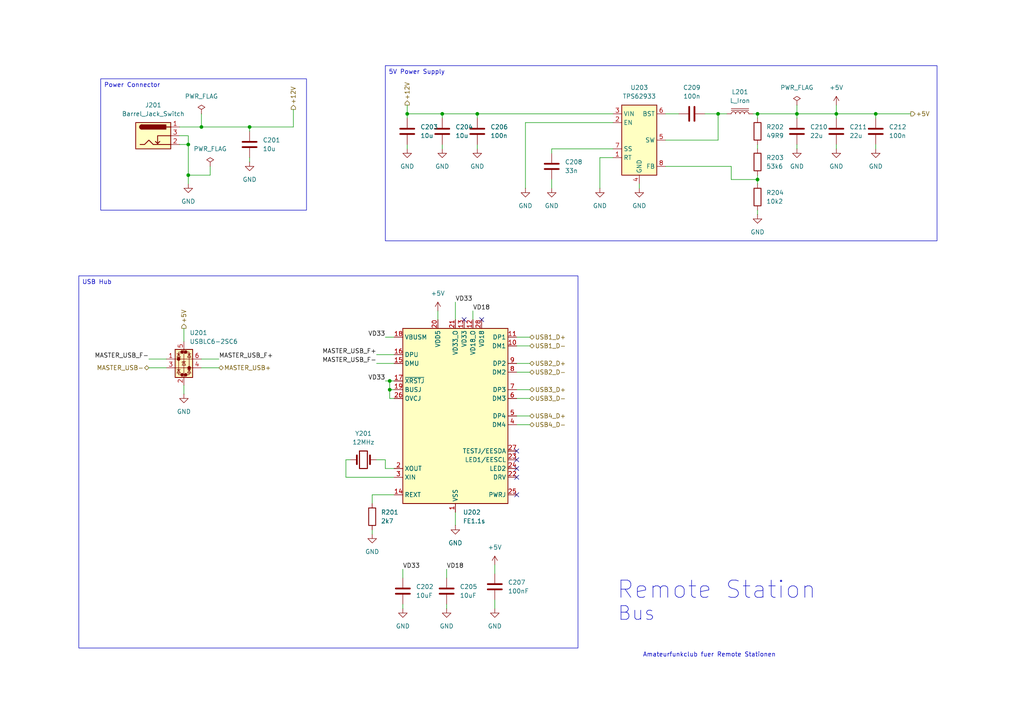
<source format=kicad_sch>
(kicad_sch (version 20231120) (generator "eeschema") (generator_version "8.0")
  (paper "A4")
  (lib_symbols
    (symbol "Connector:Barrel_Jack_Switch" (pin_names hide)
      (property "Reference" "J" (at 0 5.334 0))
      (property "Value" "Barrel_Jack_Switch" (at 0 -5.08 0))
      (symbol "Barrel_Jack_Switch_0_1"
        (rectangle (start -5.08 3.81) (end 5.08 -3.81) (stroke (width 0.254)) (fill (type background)))
        (arc (start -3.302 3.175) (mid -3.9343 2.54) (end -3.302 1.905) (stroke (width 0.254)))
        (arc (start -3.302 3.175) (mid -3.9343 2.54) (end -3.302 1.905) (stroke (width 0.254)) (fill (type outline)))
        (polyline (pts (xy 1.27 -2.286) (xy 1.905 -1.651)) (stroke (width 0.254)))
        (polyline (pts (xy 5.08 2.54) (xy 3.81 2.54)) (stroke (width 0.254)))
        (polyline (pts (xy 5.08 0) (xy 1.27 0) (xy 1.27 -2.286) (xy 0.635 -1.651)) (stroke (width 0.254)))
        (polyline (pts (xy -3.81 -2.54) (xy -2.54 -2.54) (xy -1.27 -1.27) (xy 0 -2.54) (xy 2.54 -2.54) (xy 5.08 -2.54)) (stroke (width 0.254)))
        (rectangle (start 3.683 3.175) (end -3.302 1.905) (stroke (width 0.254)) (fill (type outline)))
      )
      (symbol "Barrel_Jack_Switch_1_1"
        (pin passive line (at 7.62 2.54 180) (length 2.54) (name "~") (number "1"))
        (pin passive line (at 7.62 -2.54 180) (length 2.54) (name "~") (number "2"))
        (pin passive line (at 7.62 0 180) (length 2.54) (name "~") (number "3"))
      )
    )
    (symbol "Device:C" (pin_numbers hide) (pin_names (offset 0.254))
      (property "Reference" "C" (at 0.635 2.54 0))
      (property "Value" "C" (at 0.635 -2.54 0))
      (symbol "C_0_1"
        (polyline (pts (xy -2.032 -0.762) (xy 2.032 -0.762)) (stroke (width 0.508)))
        (polyline (pts (xy -2.032 0.762) (xy 2.032 0.762)) (stroke (width 0.508)))
      )
      (symbol "C_1_1"
        (pin passive line (at 0 3.81 270) (length 2.794) (name "~") (number "1"))
        (pin passive line (at 0 -3.81 90) (length 2.794) (name "~") (number "2"))
      )
    )
    (symbol "Device:Crystal" (pin_numbers hide) (pin_names (offset 1.016) hide)
      (property "Reference" "Y" (at 0 3.81 0))
      (property "Value" "Crystal" (at 0 -3.81 0))
      (symbol "Crystal_0_1"
        (rectangle (start -1.143 2.54) (end 1.143 -2.54) (stroke (width 0.3048)))
        (polyline (pts (xy -2.54 0) (xy -1.905 0)))
        (polyline (pts (xy -1.905 -1.27) (xy -1.905 1.27)) (stroke (width 0.508)))
        (polyline (pts (xy 1.905 -1.27) (xy 1.905 1.27)) (stroke (width 0.508)))
        (polyline (pts (xy 2.54 0) (xy 1.905 0)))
      )
      (symbol "Crystal_1_1"
        (pin passive line (at -3.81 0 0) (length 1.27) (name "1") (number "1"))
        (pin passive line (at 3.81 0 180) (length 1.27) (name "2") (number "2"))
      )
    )
    (symbol "Device:L_Iron" (pin_numbers hide) (pin_names (offset 1.016) hide)
      (property "Reference" "L" (at -1.27 0 90))
      (property "Value" "L_Iron" (at 2.794 0 90))
      (symbol "L_Iron_0_1"
        (arc (start 0 -2.54) (mid 0.6323 -1.905) (end 0 -1.27))
        (arc (start 0 -1.27) (mid 0.6323 -0.635) (end 0 0))
        (polyline (pts (xy 1.016 2.54) (xy 1.016 -2.54)))
        (polyline (pts (xy 1.524 -2.54) (xy 1.524 2.54)))
        (arc (start 0 0) (mid 0.6323 0.635) (end 0 1.27))
        (arc (start 0 1.27) (mid 0.6323 1.905) (end 0 2.54))
      )
      (symbol "L_Iron_1_1"
        (pin passive line (at 0 3.81 270) (length 1.27) (name "1") (number "1"))
        (pin passive line (at 0 -3.81 90) (length 1.27) (name "2") (number "2"))
      )
    )
    (symbol "Device:R" (pin_numbers hide) (pin_names (offset 0))
      (property "Reference" "R" (at 2.032 0 90))
      (property "Value" "R" (at 0 0 90))
      (symbol "R_0_1"
        (rectangle (start -1.016 -2.54) (end 1.016 2.54) (stroke (width 0.254)))
      )
      (symbol "R_1_1"
        (pin passive line (at 0 3.81 270) (length 1.27) (name "~") (number "1"))
        (pin passive line (at 0 -3.81 90) (length 1.27) (name "~") (number "2"))
      )
    )
    (symbol "Interface_USB:FE1.1s"
      (property "Reference" "U" (at -11.43 26.67 0))
      (property "Value" "FE1.1s" (at 12.7 27.94 0))
      (symbol "FE1.1s_0_1"
        (rectangle (start -15.24 25.4) (end 15.24 -25.4) (stroke (width 0.254)) (fill (type background)))
      )
      (symbol "FE1.1s_1_1"
        (pin power_in line (at 0 -27.94 90) (length 2.54) (name "VSS") (number "1"))
        (pin bidirectional line (at 17.78 20.32 180) (length 2.54) (name "DM1") (number "10"))
        (pin bidirectional line (at 17.78 22.86 180) (length 2.54) (name "DP1") (number "11"))
        (pin power_out line (at 5.08 27.94 270) (length 2.54) (name "VD18_O") (number "12"))
        (pin power_in line (at 2.54 27.94 270) (length 2.54) (name "VD33") (number "13"))
        (pin passive line (at -17.78 -22.86 0) (length 2.54) (name "REXT") (number "14"))
        (pin bidirectional line (at -17.78 15.24 0) (length 2.54) (name "DMU") (number "15"))
        (pin bidirectional line (at -17.78 17.78 0) (length 2.54) (name "DPU") (number "16"))
        (pin input line (at -17.78 10.16 0) (length 2.54) (name "~{XRSTJ}") (number "17"))
        (pin input line (at -17.78 22.86 0) (length 2.54) (name "VBUSM") (number "18"))
        (pin input line (at -17.78 7.62 0) (length 2.54) (name "BUSJ") (number "19"))
        (pin output line (at -17.78 -15.24 0) (length 2.54) (name "XOUT") (number "2"))
        (pin power_in line (at -5.08 27.94 270) (length 2.54) (name "VDD5") (number "20"))
        (pin power_out line (at 0 27.94 270) (length 2.54) (name "VD33_O") (number "21"))
        (pin bidirectional line (at 17.78 -17.78 180) (length 2.54) (name "DRV") (number "22"))
        (pin bidirectional line (at 17.78 -12.7 180) (length 2.54) (name "LED1/EESCL") (number "23"))
        (pin bidirectional line (at 17.78 -15.24 180) (length 2.54) (name "LED2") (number "24"))
        (pin output line (at 17.78 -22.86 180) (length 2.54) (name "PWRJ") (number "25"))
        (pin input line (at -17.78 5.08 0) (length 2.54) (name "OVCJ") (number "26"))
        (pin bidirectional line (at 17.78 -10.16 180) (length 2.54) (name "TESTJ/EESDA") (number "27"))
        (pin power_in line (at 7.62 27.94 270) (length 2.54) (name "VD18") (number "28"))
        (pin input line (at -17.78 -17.78 0) (length 2.54) (name "XIN") (number "3"))
        (pin bidirectional line (at 17.78 -2.54 180) (length 2.54) (name "DM4") (number "4"))
        (pin bidirectional line (at 17.78 0 180) (length 2.54) (name "DP4") (number "5"))
        (pin bidirectional line (at 17.78 5.08 180) (length 2.54) (name "DM3") (number "6"))
        (pin bidirectional line (at 17.78 7.62 180) (length 2.54) (name "DP3") (number "7"))
        (pin bidirectional line (at 17.78 12.7 180) (length 2.54) (name "DM2") (number "8"))
        (pin bidirectional line (at 17.78 15.24 180) (length 2.54) (name "DP2") (number "9"))
      )
    )
    (symbol "Power_Protection:USBLC6-2SC6" (pin_names hide)
      (property "Reference" "U" (at 0.635 5.715 0))
      (property "Value" "USBLC6-2SC6" (at 0.635 3.81 0))
      (symbol "USBLC6-2SC6_0_0"
        (circle (center -1.524 0) (radius 0.0001) (stroke (width 0.508)))
        (circle (center -0.508 -4.572) (radius 0.0001) (stroke (width 0.508)))
        (circle (center -0.508 2.032) (radius 0.0001) (stroke (width 0.508)))
        (circle (center 0.508 -4.572) (radius 0.0001) (stroke (width 0.508)))
        (circle (center 0.508 2.032) (radius 0.0001) (stroke (width 0.508)))
        (circle (center 1.524 -2.54) (radius 0.0001) (stroke (width 0.508)))
      )
      (symbol "USBLC6-2SC6_0_1"
        (polyline (pts (xy -2.54 -2.54) (xy 2.54 -2.54)))
        (polyline (pts (xy -2.54 0) (xy 2.54 0)))
        (polyline (pts (xy -2.032 -3.048) (xy -1.016 -3.048)))
        (polyline (pts (xy -1.016 1.524) (xy -2.032 1.524)))
        (polyline (pts (xy 1.016 -3.048) (xy 2.032 -3.048)))
        (polyline (pts (xy 1.016 1.524) (xy 2.032 1.524)))
        (polyline (pts (xy -0.508 -1.143) (xy -0.508 -0.762) (xy 0.508 -0.762)))
        (polyline (pts (xy -2.032 0.508) (xy -1.016 0.508) (xy -1.524 1.524) (xy -2.032 0.508)))
        (polyline (pts (xy -1.016 -4.064) (xy -2.032 -4.064) (xy -1.524 -3.048) (xy -1.016 -4.064)))
        (polyline (pts (xy 0.508 -1.778) (xy -0.508 -1.778) (xy 0 -0.762) (xy 0.508 -1.778)))
        (polyline (pts (xy 2.032 -4.064) (xy 1.016 -4.064) (xy 1.524 -3.048) (xy 2.032 -4.064)))
        (polyline (pts (xy 2.032 0.508) (xy 1.016 0.508) (xy 1.524 1.524) (xy 2.032 0.508)))
        (polyline (pts (xy 0 2.54) (xy -0.508 2.032) (xy 0.508 2.032) (xy 0 1.524) (xy 0 -4.064) (xy -0.508 -4.572) (xy 0.508 -4.572) (xy 0 -5.08)))
      )
      (symbol "USBLC6-2SC6_1_1"
        (rectangle (start -2.54 2.794) (end 2.54 -5.334) (stroke (width 0.254)) (fill (type background)))
        (polyline (pts (xy -0.508 2.032) (xy -1.524 2.032) (xy -1.524 -4.572) (xy -0.508 -4.572)))
        (polyline (pts (xy 0.508 -4.572) (xy 1.524 -4.572) (xy 1.524 2.032) (xy 0.508 2.032)))
        (pin passive line (at -5.08 0 0) (length 2.54) (name "I/O1") (number "1"))
        (pin passive line (at 0 -7.62 90) (length 2.54) (name "GND") (number "2"))
        (pin passive line (at -5.08 -2.54 0) (length 2.54) (name "I/O2") (number "3"))
        (pin passive line (at 5.08 -2.54 180) (length 2.54) (name "I/O2") (number "4"))
        (pin passive line (at 0 5.08 270) (length 2.54) (name "VBUS") (number "5"))
        (pin passive line (at 5.08 0 180) (length 2.54) (name "I/O1") (number "6"))
      )
    )
    (symbol "Regulator_Switching:TPS62933"
      (property "Reference" "U" (at 0 13.97 0))
      (property "Value" "TPS62933" (at 0 11.43 0))
      (symbol "TPS62933_0_1"
        (rectangle (start -5.08 10.16) (end 5.08 -10.16) (stroke (width 0.254)) (fill (type background)))
      )
      (symbol "TPS62933_1_1"
        (pin passive line (at -7.62 -5.08 0) (length 2.54) (name "RT") (number "1"))
        (pin input line (at -7.62 5.08 0) (length 2.54) (name "EN") (number "2"))
        (pin power_in line (at -7.62 7.62 0) (length 2.54) (name "VIN") (number "3"))
        (pin power_in line (at 0 -12.7 90) (length 2.54) (name "GND") (number "4"))
        (pin output line (at 7.62 0 180) (length 2.54) (name "SW") (number "5"))
        (pin passive line (at 7.62 7.62 180) (length 2.54) (name "BST") (number "6"))
        (pin passive line (at -7.62 -2.54 0) (length 2.54) (name "SS") (number "7"))
        (pin input line (at 7.62 -7.62 180) (length 2.54) (name "FB") (number "8"))
      )
    )
    (symbol "power:+5V" (power) (pin_numbers hide) (pin_names (offset 0) hide)
      (property "Value" "+5V" (at 0 3.556 0))
      (symbol "+5V_0_1"
        (polyline (pts (xy -0.762 1.27) (xy 0 2.54)))
        (polyline (pts (xy 0 0) (xy 0 2.54)))
        (polyline (pts (xy 0 2.54) (xy 0.762 1.27)))
      )
      (symbol "+5V_1_1"
        (pin power_in line (at 0 0 90) (length 0) (name "~") (number "1"))
      )
    )
    (symbol "power:GND" (power) (pin_numbers hide) (pin_names (offset 0) hide)
      (property "Value" "GND" (at 0 -3.81 0))
      (symbol "GND_0_1"
        (polyline (pts (xy 0 0) (xy 0 -1.27) (xy 1.27 -1.27) (xy 0 -2.54) (xy -1.27 -1.27) (xy 0 -1.27)))
      )
      (symbol "GND_1_1"
        (pin power_in line (at 0 0 270) (length 0) (name "~") (number "1"))
      )
    )
    (symbol "power:PWR_FLAG" (power) (pin_numbers hide) (pin_names (offset 0) hide)
      (property "Value" "PWR_FLAG" (at 0 3.81 0))
      (symbol "PWR_FLAG_0_0"
        (pin power_out line (at 0 0 90) (length 0) (name "~") (number "1"))
      )
      (symbol "PWR_FLAG_0_1"
        (polyline (pts (xy 0 0) (xy 0 1.27) (xy -1.016 1.905) (xy 0 2.54) (xy 1.016 1.905) (xy 0 1.27)))
      )
    )
  )
  (junction (at 118.11 33.02))
  (junction (at 208.28 33.02))
  (junction (at 254 33.02))
  (junction (at 242.57 33.02))
  (junction (at 219.71 52.07))
  (junction (at 113.03 110.49))
  (junction (at 128.27 33.02))
  (junction (at 54.61 50.8))
  (junction (at 54.61 41.91))
  (junction (at 72.39 36.83))
  (junction (at 219.71 33.02))
  (junction (at 58.42 36.83))
  (junction (at 138.43 33.02))
  (junction (at 231.14 33.02))
  (junction (at 113.03 113.03))
  (no_connect (at 149.86 130.81))
  (no_connect (at 134.62 92.71))
  (no_connect (at 139.7 92.71))
  (no_connect (at 149.86 133.35))
  (no_connect (at 149.86 143.51))
  (no_connect (at 149.86 135.89))
  (no_connect (at 149.86 138.43))
  (wire (pts (xy 100.33 138.43) (xy 100.33 133.35)))
  (wire (pts (xy 111.76 135.89) (xy 114.3 135.89)))
  (wire (pts (xy 128.27 41.91) (xy 128.27 43.18)))
  (wire (pts (xy 231.14 33.02) (xy 242.57 33.02)))
  (wire (pts (xy 114.3 138.43) (xy 100.33 138.43)))
  (wire (pts (xy 107.95 143.51) (xy 114.3 143.51)))
  (wire (pts (xy 43.18 106.68) (xy 48.26 106.68)))
  (wire (pts (xy 118.11 41.91) (xy 118.11 43.18)))
  (wire (pts (xy 118.11 33.02) (xy 118.11 34.29)))
  (wire (pts (xy 149.86 123.19) (xy 153.67 123.19)))
  (wire (pts (xy 208.28 33.02) (xy 204.47 33.02)))
  (wire (pts (xy 231.14 41.91) (xy 231.14 43.18)))
  (wire (pts (xy 129.54 175.26) (xy 129.54 176.53)))
  (wire (pts (xy 160.02 52.07) (xy 160.02 54.61)))
  (wire (pts (xy 137.16 90.17) (xy 137.16 92.71)))
  (wire (pts (xy 160.02 43.18) (xy 177.8 43.18)))
  (wire (pts (xy 219.71 60.96) (xy 219.71 62.23)))
  (wire (pts (xy 149.86 113.03) (xy 153.67 113.03)))
  (wire (pts (xy 54.61 50.8) (xy 60.96 50.8)))
  (wire (pts (xy 111.76 110.49) (xy 113.03 110.49)))
  (wire (pts (xy 193.04 33.02) (xy 196.85 33.02)))
  (wire (pts (xy 72.39 45.72) (xy 72.39 46.99)))
  (wire (pts (xy 72.39 36.83) (xy 72.39 38.1)))
  (wire (pts (xy 54.61 41.91) (xy 54.61 50.8)))
  (wire (pts (xy 254 33.02) (xy 264.16 33.02)))
  (wire (pts (xy 54.61 50.8) (xy 54.61 53.34)))
  (wire (pts (xy 100.33 133.35) (xy 101.6 133.35)))
  (wire (pts (xy 127 90.17) (xy 127 92.71)))
  (wire (pts (xy 208.28 33.02) (xy 210.82 33.02)))
  (wire (pts (xy 208.28 40.64) (xy 208.28 33.02)))
  (wire (pts (xy 149.86 107.95) (xy 153.67 107.95)))
  (wire (pts (xy 212.09 48.26) (xy 212.09 52.07)))
  (wire (pts (xy 177.8 35.56) (xy 152.4 35.56)))
  (wire (pts (xy 231.14 33.02) (xy 231.14 34.29)))
  (wire (pts (xy 149.86 115.57) (xy 153.67 115.57)))
  (wire (pts (xy 58.42 106.68) (xy 63.5 106.68)))
  (wire (pts (xy 138.43 41.91) (xy 138.43 43.18)))
  (wire (pts (xy 242.57 30.48) (xy 242.57 33.02)))
  (wire (pts (xy 177.8 45.72) (xy 173.99 45.72)))
  (wire (pts (xy 218.44 33.02) (xy 219.71 33.02)))
  (wire (pts (xy 111.76 97.79) (xy 114.3 97.79)))
  (wire (pts (xy 254 41.91) (xy 254 43.18)))
  (wire (pts (xy 53.34 95.25) (xy 53.34 99.06)))
  (wire (pts (xy 118.11 33.02) (xy 128.27 33.02)))
  (wire (pts (xy 254 33.02) (xy 254 34.29)))
  (wire (pts (xy 231.14 30.48) (xy 231.14 33.02)))
  (wire (pts (xy 113.03 110.49) (xy 114.3 110.49)))
  (wire (pts (xy 132.08 148.59) (xy 132.08 152.4)))
  (wire (pts (xy 149.86 120.65) (xy 153.67 120.65)))
  (wire (pts (xy 54.61 39.37) (xy 54.61 41.91)))
  (wire (pts (xy 58.42 104.14) (xy 63.5 104.14)))
  (wire (pts (xy 138.43 33.02) (xy 177.8 33.02)))
  (wire (pts (xy 129.54 165.1) (xy 129.54 167.64)))
  (wire (pts (xy 118.11 30.48) (xy 118.11 33.02)))
  (wire (pts (xy 109.22 105.41) (xy 114.3 105.41)))
  (wire (pts (xy 113.03 113.03) (xy 113.03 115.57)))
  (wire (pts (xy 58.42 33.02) (xy 58.42 36.83)))
  (wire (pts (xy 193.04 40.64) (xy 208.28 40.64)))
  (wire (pts (xy 60.96 48.26) (xy 60.96 50.8)))
  (wire (pts (xy 85.09 31.75) (xy 85.09 36.83)))
  (wire (pts (xy 109.22 102.87) (xy 114.3 102.87)))
  (wire (pts (xy 107.95 153.67) (xy 107.95 154.94)))
  (wire (pts (xy 219.71 41.91) (xy 219.71 43.18)))
  (wire (pts (xy 53.34 111.76) (xy 53.34 114.3)))
  (wire (pts (xy 132.08 87.63) (xy 132.08 92.71)))
  (wire (pts (xy 242.57 41.91) (xy 242.57 43.18)))
  (wire (pts (xy 52.07 39.37) (xy 54.61 39.37)))
  (wire (pts (xy 72.39 36.83) (xy 85.09 36.83)))
  (wire (pts (xy 114.3 115.57) (xy 113.03 115.57)))
  (wire (pts (xy 52.07 41.91) (xy 54.61 41.91)))
  (wire (pts (xy 173.99 45.72) (xy 173.99 54.61)))
  (wire (pts (xy 113.03 110.49) (xy 113.03 113.03)))
  (wire (pts (xy 149.86 105.41) (xy 153.67 105.41)))
  (wire (pts (xy 160.02 44.45) (xy 160.02 43.18)))
  (wire (pts (xy 219.71 50.8) (xy 219.71 52.07)))
  (wire (pts (xy 52.07 36.83) (xy 58.42 36.83)))
  (wire (pts (xy 107.95 146.05) (xy 107.95 143.51)))
  (wire (pts (xy 138.43 33.02) (xy 138.43 34.29)))
  (wire (pts (xy 116.84 165.1) (xy 116.84 167.64)))
  (wire (pts (xy 128.27 33.02) (xy 138.43 33.02)))
  (wire (pts (xy 58.42 36.83) (xy 72.39 36.83)))
  (wire (pts (xy 219.71 52.07) (xy 219.71 53.34)))
  (wire (pts (xy 242.57 33.02) (xy 242.57 34.29)))
  (wire (pts (xy 152.4 35.56) (xy 152.4 54.61)))
  (wire (pts (xy 128.27 33.02) (xy 128.27 34.29)))
  (wire (pts (xy 149.86 97.79) (xy 153.67 97.79)))
  (wire (pts (xy 242.57 33.02) (xy 254 33.02)))
  (wire (pts (xy 219.71 33.02) (xy 219.71 34.29)))
  (wire (pts (xy 111.76 133.35) (xy 111.76 135.89)))
  (wire (pts (xy 149.86 100.33) (xy 153.67 100.33)))
  (wire (pts (xy 212.09 52.07) (xy 219.71 52.07)))
  (wire (pts (xy 109.22 133.35) (xy 111.76 133.35)))
  (wire (pts (xy 193.04 48.26) (xy 212.09 48.26)))
  (wire (pts (xy 143.51 163.83) (xy 143.51 166.37)))
  (wire (pts (xy 143.51 173.99) (xy 143.51 176.53)))
  (wire (pts (xy 185.42 53.34) (xy 185.42 54.61)))
  (wire (pts (xy 43.18 104.14) (xy 48.26 104.14)))
  (wire (pts (xy 114.3 113.03) (xy 113.03 113.03)))
  (wire (pts (xy 116.84 175.26) (xy 116.84 176.53)))
  (wire (pts (xy 219.71 33.02) (xy 231.14 33.02)))
  (text_box "Power Connector" (at 29.21 22.86 0) (size 59.69 38.1) (effects (font (size 1.27 1.27)) (justify left top)))
  (text_box "USB Hub" (at 22.86 80.01 0) (size 144.78 107.95) (effects (font (size 1.27 1.27)) (justify left top)))
  (text_box "5V Power Supply" (at 111.76 19.05 0) (size 160.02 50.8) (effects (font (size 1.27 1.27)) (justify left top)))
  (text "Remote Station" (at 178.816 171.196 0) (effects (font (size 5 5)) (justify left)))
  (text "Amateurfunkclub fuer Remote Stationen" (at 186.436 189.992 0) (effects (font (size 1.27 1.27)) (justify left)))
  (text "Bus" (at 179.07 178.054 0) (effects (font (size 4 4)) (justify left)))
  (label "MASTER_USB_F-" (at 43.18 104.14 180))
  (label "VD33" (at 111.76 110.49 180))
  (label "MASTER_USB_F-" (at 109.22 105.41 180))
  (label "VD18" (at 137.16 90.17 0))
  (label "VD33" (at 132.08 87.63 0))
  (label "MASTER_USB_F+" (at 109.22 102.87 180))
  (label "VD33" (at 116.84 165.1 0))
  (label "VD33" (at 111.76 97.79 180))
  (label "VD18" (at 129.54 165.1 0))
  (label "MASTER_USB_F+" (at 63.5 104.14 0))
  (hierarchical_label "USB3_D+" (shape bidirectional) (at 153.67 113.03 0))
  (hierarchical_label "MASTER_USB-" (shape bidirectional) (at 43.18 106.68 180))
  (hierarchical_label "+5V" (shape output) (at 264.16 33.02 0))
  (hierarchical_label "USB2_D+" (shape bidirectional) (at 153.67 105.41 0))
  (hierarchical_label "USB4_D+" (shape bidirectional) (at 153.67 120.65 0))
  (hierarchical_label "MASTER_USB+" (shape bidirectional) (at 63.5 106.68 0))
  (hierarchical_label "USB4_D-" (shape bidirectional) (at 153.67 123.19 0))
  (hierarchical_label "+12V" (shape output) (at 118.11 30.48 90))
  (hierarchical_label "+12V" (shape output) (at 85.09 31.75 90))
  (hierarchical_label "USB1_D-" (shape bidirectional) (at 153.67 100.33 0))
  (hierarchical_label "USB2_D-" (shape bidirectional) (at 153.67 107.95 0))
  (hierarchical_label "+5V" (shape output) (at 53.34 95.25 90))
  (hierarchical_label "USB3_D-" (shape bidirectional) (at 153.67 115.57 0))
  (hierarchical_label "USB1_D+" (shape bidirectional) (at 153.67 97.79 0))
  (symbol (lib_id "power:+5V") (at 127 90.17 0) (unit 1)
    (property "Reference" "#PWR0207" (effects (hide yes)))
    (property "Value" "+5V" (at 127 85.09 0))
    (property "Description" "Power symbol creates a global label with name \"+5V\"" (effects (hide yes)))
  )
  (symbol (lib_id "Device:R") (at 219.71 57.15 0) (unit 1)
    (property "Reference" "R204" (at 222.25 55.8799 0) (effects (justify left)))
    (property "Value" "10k2" (at 222.25 58.4199 0) (effects (justify left)))
    (property "Footprint" "Resistor_SMD:R_0805_2012Metric" (effects (hide yes)))
    (property "Description" "Resistor" (effects (hide yes)))
    (property "LCSC" "C352230" (effects (hide yes)))
  )
  (symbol (lib_id "Device:C") (at 143.51 170.18 0) (unit 1)
    (property "Reference" "C207" (at 147.32 168.9099 0) (effects (justify left)))
    (property "Value" "100nF" (at 147.32 171.4499 0) (effects (justify left)))
    (property "Footprint" "Capacitor_SMD:C_0805_2012Metric" (effects (hide yes)))
    (property "Description" "Unpolarized capacitor" (effects (hide yes)))
    (property "LCSC" "C354365" (effects (hide yes)))
  )
  (symbol (lib_id "Device:Crystal") (at 105.41 133.35 0) (unit 1)
    (property "Reference" "Y201" (at 105.41 125.73 0))
    (property "Value" "12MHz" (at 105.41 128.27 0))
    (property "Footprint" "Embedded_Lib:M49S-SMD" (effects (hide yes)))
    (property "Description" "Two pin crystal" (effects (hide yes)))
    (property "LCSC" "C2983432" (effects (hide yes)))
  )
  (symbol (lib_id "Device:C") (at 242.57 38.1 180) (unit 1)
    (property "Reference" "C211" (at 246.38 36.8299 0) (effects (justify right)))
    (property "Value" "22u" (at 246.38 39.3699 0) (effects (justify right)))
    (property "Description" "Unpolarized capacitor" (effects (hide yes)))
  )
  (symbol (lib_id "power:GND") (at 54.61 53.34 0) (unit 1)
    (property "Reference" "#PWR0202" (effects (hide yes)))
    (property "Value" "GND" (at 54.61 58.42 0))
    (property "Description" "Power symbol creates a global label with name \"GND\" , ground" (effects (hide yes)))
  )
  (symbol (lib_id "Device:C") (at 231.14 38.1 180) (unit 1)
    (property "Reference" "C210" (at 234.95 36.8299 0) (effects (justify right)))
    (property "Value" "22u" (at 234.95 39.3699 0) (effects (justify right)))
    (property "Description" "Unpolarized capacitor" (effects (hide yes)))
  )
  (symbol (lib_id "power:GND") (at 53.34 114.3 0) (unit 1)
    (property "Reference" "#PWR0201" (effects (hide yes)))
    (property "Value" "GND" (at 53.34 119.38 0))
    (property "Description" "Power symbol creates a global label with name \"GND\" , ground" (effects (hide yes)))
  )
  (symbol (lib_id "power:GND") (at 185.42 54.61 0) (unit 1)
    (property "Reference" "#PWR0217" (effects (hide yes)))
    (property "Value" "GND" (at 185.42 59.69 0))
    (property "Description" "Power symbol creates a global label with name \"GND\" , ground" (effects (hide yes)))
  )
  (symbol (lib_id "Power_Protection:USBLC6-2SC6") (at 53.34 104.14 0) (unit 1)
    (property "Reference" "U201" (at 54.9911 96.52 0) (effects (justify left)))
    (property "Value" "USBLC6-2SC6" (at 54.9911 99.06 0) (effects (justify left)))
    (property "Footprint" "Package_TO_SOT_SMD:SOT-666" (effects (hide yes)))
    (property "Datasheet" "https://www.st.com/resource/en/datasheet/usblc6-2.pdf" (effects (hide yes)))
    (property "Description" "Very low capacitance ESD protection diode, 2 data-line, SOT-23-6" (effects (hide yes)))
  )
  (symbol (lib_id "power:GND") (at 152.4 54.61 0) (unit 1)
    (property "Reference" "#PWR0214" (effects (hide yes)))
    (property "Value" "GND" (at 152.4 59.69 0))
    (property "Description" "Power symbol creates a global label with name \"GND\" , ground" (effects (hide yes)))
  )
  (symbol (lib_id "power:GND") (at 160.02 54.61 0) (unit 1)
    (property "Reference" "#PWR0215" (effects (hide yes)))
    (property "Value" "GND" (at 160.02 59.69 0))
    (property "Description" "Power symbol creates a global label with name \"GND\" , ground" (effects (hide yes)))
  )
  (symbol (lib_id "power:GND") (at 138.43 43.18 0) (unit 1)
    (property "Reference" "#PWR0211" (effects (hide yes)))
    (property "Value" "GND" (at 138.43 48.26 0))
    (property "Description" "Power symbol creates a global label with name \"GND\" , ground" (effects (hide yes)))
  )
  (symbol (lib_id "Device:C") (at 128.27 38.1 0) (unit 1)
    (property "Reference" "C204" (at 132.08 36.8299 0) (effects (justify left)))
    (property "Value" "10u" (at 132.08 39.3699 0) (effects (justify left)))
    (property "Description" "Unpolarized capacitor" (effects (hide yes)))
  )
  (symbol (lib_id "power:GND") (at 72.39 46.99 0) (unit 1)
    (property "Reference" "#PWR0203" (effects (hide yes)))
    (property "Value" "GND" (at 72.39 52.07 0))
    (property "Description" "Power symbol creates a global label with name \"GND\" , ground" (effects (hide yes)))
  )
  (symbol (lib_id "Device:R") (at 107.95 149.86 0) (unit 1)
    (property "Reference" "R201" (at 110.49 148.5899 0) (effects (justify left)))
    (property "Value" "2k7" (at 110.49 151.1299 0) (effects (justify left)))
    (property "Footprint" "Resistor_SMD:R_0805_2012Metric" (effects (hide yes)))
    (property "Description" "Resistor" (effects (hide yes)))
    (property "LCSC" "C352230" (effects (hide yes)))
  )
  (symbol (lib_id "Device:C") (at 200.66 33.02 90) (unit 1)
    (property "Reference" "C209" (at 200.66 25.4 90))
    (property "Value" "100n" (at 200.66 27.94 90))
    (property "Description" "Unpolarized capacitor" (effects (hide yes)))
  )
  (symbol (lib_id "power:GND") (at 231.14 43.18 0) (unit 1)
    (property "Reference" "#PWR0219" (effects (hide yes)))
    (property "Value" "GND" (at 231.14 48.26 0))
    (property "Description" "Power symbol creates a global label with name \"GND\" , ground" (effects (hide yes)))
  )
  (symbol (lib_id "Device:R") (at 219.71 46.99 0) (unit 1)
    (property "Reference" "R203" (at 222.25 45.7199 0) (effects (justify left)))
    (property "Value" "53k6" (at 222.25 48.2599 0) (effects (justify left)))
    (property "Footprint" "Resistor_SMD:R_0805_2012Metric" (effects (hide yes)))
    (property "Description" "Resistor" (effects (hide yes)))
    (property "LCSC" "C352230" (effects (hide yes)))
  )
  (symbol (lib_id "Device:C") (at 129.54 171.45 0) (unit 1)
    (property "Reference" "C205" (at 133.35 170.1799 0) (effects (justify left)))
    (property "Value" "10uF" (at 133.35 172.7199 0) (effects (justify left)))
    (property "Footprint" "Capacitor_SMD:C_0805_2012Metric" (effects (hide yes)))
    (property "Description" "Unpolarized capacitor" (effects (hide yes)))
    (property "LCSC" "C307560" (effects (hide yes)))
  )
  (symbol (lib_id "power:PWR_FLAG") (at 60.96 48.26 0) (unit 1)
    (property "Reference" "#FLG0202" (effects (hide yes)))
    (property "Value" "PWR_FLAG" (at 60.96 43.18 0))
    (property "Description" "Special symbol for telling ERC where power comes from" (effects (hide yes)))
  )
  (symbol (lib_id "Device:C") (at 116.84 171.45 0) (unit 1)
    (property "Reference" "C202" (at 120.65 170.1799 0) (effects (justify left)))
    (property "Value" "10uF" (at 120.65 172.7199 0) (effects (justify left)))
    (property "Footprint" "Capacitor_SMD:C_0805_2012Metric" (effects (hide yes)))
    (property "Description" "Unpolarized capacitor" (effects (hide yes)))
    (property "LCSC" "C307560" (effects (hide yes)))
  )
  (symbol (lib_id "power:GND") (at 254 43.18 0) (unit 1)
    (property "Reference" "#PWR0222" (effects (hide yes)))
    (property "Value" "GND" (at 254 48.26 0))
    (property "Description" "Power symbol creates a global label with name \"GND\" , ground" (effects (hide yes)))
  )
  (symbol (lib_id "power:PWR_FLAG") (at 58.42 33.02 0) (unit 1)
    (property "Reference" "#FLG0201" (effects (hide yes)))
    (property "Value" "PWR_FLAG" (at 58.42 27.94 0))
    (property "Description" "Special symbol for telling ERC where power comes from" (effects (hide yes)))
  )
  (symbol (lib_id "Device:C") (at 254 38.1 180) (unit 1)
    (property "Reference" "C212" (at 257.81 36.8299 0) (effects (justify right)))
    (property "Value" "100n" (at 257.81 39.3699 0) (effects (justify right)))
    (property "Description" "Unpolarized capacitor" (effects (hide yes)))
  )
  (symbol (lib_id "power:+5V") (at 242.57 30.48 0) (unit 1)
    (property "Reference" "#PWR0220" (effects (hide yes)))
    (property "Value" "+5V" (at 242.57 25.4 0))
    (property "Description" "Power symbol creates a global label with name \"+5V\"" (effects (hide yes)))
  )
  (symbol (lib_id "power:GND") (at 107.95 154.94 0) (unit 1)
    (property "Reference" "#PWR0204" (effects (hide yes)))
    (property "Value" "GND" (at 107.95 160.02 0))
    (property "Description" "Power symbol creates a global label with name \"GND\" , ground" (effects (hide yes)))
  )
  (symbol (lib_id "power:GND") (at 128.27 43.18 0) (unit 1)
    (property "Reference" "#PWR0208" (effects (hide yes)))
    (property "Value" "GND" (at 128.27 48.26 0))
    (property "Description" "Power symbol creates a global label with name \"GND\" , ground" (effects (hide yes)))
  )
  (symbol (lib_id "power:GND") (at 118.11 43.18 0) (unit 1)
    (property "Reference" "#PWR0206" (effects (hide yes)))
    (property "Value" "GND" (at 118.11 48.26 0))
    (property "Description" "Power symbol creates a global label with name \"GND\" , ground" (effects (hide yes)))
  )
  (symbol (lib_id "Regulator_Switching:TPS62933") (at 185.42 40.64 0) (unit 1)
    (property "Reference" "U203" (at 185.42 25.4 0))
    (property "Value" "TPS62933" (at 185.42 27.94 0))
    (property "Footprint" "Package_TO_SOT_SMD:SOT-583-8" (effects (hide yes)))
    (property "Datasheet" "https://www.ti.com/lit/ds/symlink/tps62933.pdf" (effects (hide yes)))
    (property "Description" "3.8-30V, 3A Synchronous Buck Converters with pulse frequency modulation (PFM), SOT583-8" (effects (hide yes)))
  )
  (symbol (lib_id "Interface_USB:FE1.1s") (at 132.08 120.65 0) (unit 1)
    (property "Reference" "U202" (at 134.2741 148.59 0) (effects (justify left)))
    (property "Value" "FE1.1s" (at 134.2741 151.13 0) (effects (justify left)))
    (property "Footprint" "Package_SO:SSOP-28_3.9x9.9mm_P0.635mm" (effects (hide yes)))
    (property "Datasheet" "https://cdn-shop.adafruit.com/product-files/2991/FE1.1s+Data+Sheet+(Rev.+1.0).pdf" (effects (hide yes)))
    (property "Description" "USB 2.0 High Speed 4-Port Hub Controller, SSOP-28" (effects (hide yes)))
    (property "LCSC" "C6706491" (effects (hide yes)))
  )
  (symbol (lib_id "power:GND") (at 219.71 62.23 0) (unit 1)
    (property "Reference" "#PWR0218" (effects (hide yes)))
    (property "Value" "GND" (at 219.71 67.31 0))
    (property "Description" "Power symbol creates a global label with name \"GND\" , ground" (effects (hide yes)))
  )
  (symbol (lib_id "power:+5V") (at 143.51 163.83 0) (unit 1)
    (property "Reference" "#PWR0212" (effects (hide yes)))
    (property "Value" "+5V" (at 143.51 158.75 0))
    (property "Description" "Power symbol creates a global label with name \"+5V\"" (effects (hide yes)))
  )
  (symbol (lib_id "Device:C") (at 160.02 48.26 0) (unit 1)
    (property "Reference" "C208" (at 163.83 46.9899 0) (effects (justify left)))
    (property "Value" "33n" (at 163.83 49.5299 0) (effects (justify left)))
    (property "Description" "Unpolarized capacitor" (effects (hide yes)))
  )
  (symbol (lib_id "power:GND") (at 129.54 176.53 0) (unit 1)
    (property "Reference" "#PWR0209" (effects (hide yes)))
    (property "Value" "GND" (at 129.54 181.61 0))
    (property "Description" "Power symbol creates a global label with name \"GND\" , ground" (effects (hide yes)))
  )
  (symbol (lib_id "power:GND") (at 116.84 176.53 0) (unit 1)
    (property "Reference" "#PWR0205" (effects (hide yes)))
    (property "Value" "GND" (at 116.84 181.61 0))
    (property "Description" "Power symbol creates a global label with name \"GND\" , ground" (effects (hide yes)))
  )
  (symbol (lib_id "Device:L_Iron") (at 214.63 33.02 90) (unit 1)
    (property "Reference" "L201" (at 214.63 26.67 90))
    (property "Value" "L_Iron" (at 214.63 29.21 90))
    (property "Description" "Inductor with iron core" (effects (hide yes)))
  )
  (symbol (lib_id "power:GND") (at 173.99 54.61 0) (unit 1)
    (property "Reference" "#PWR0216" (effects (hide yes)))
    (property "Value" "GND" (at 173.99 59.69 0))
    (property "Description" "Power symbol creates a global label with name \"GND\" , ground" (effects (hide yes)))
  )
  (symbol (lib_id "Device:C") (at 138.43 38.1 0) (unit 1)
    (property "Reference" "C206" (at 142.24 36.8299 0) (effects (justify left)))
    (property "Value" "100n" (at 142.24 39.3699 0) (effects (justify left)))
    (property "Description" "Unpolarized capacitor" (effects (hide yes)))
  )
  (symbol (lib_id "power:GND") (at 143.51 176.53 0) (unit 1)
    (property "Reference" "#PWR0213" (effects (hide yes)))
    (property "Value" "GND" (at 143.51 181.61 0))
    (property "Description" "Power symbol creates a global label with name \"GND\" , ground" (effects (hide yes)))
  )
  (symbol (lib_id "power:GND") (at 132.08 152.4 0) (unit 1)
    (property "Reference" "#PWR0210" (effects (hide yes)))
    (property "Value" "GND" (at 132.08 157.48 0))
    (property "Description" "Power symbol creates a global label with name \"GND\" , ground" (effects (hide yes)))
  )
  (symbol (lib_id "Device:C") (at 72.39 41.91 0) (unit 1)
    (property "Reference" "C201" (at 76.2 40.6399 0) (effects (justify left)))
    (property "Value" "10u" (at 76.2 43.1799 0) (effects (justify left)))
    (property "Description" "Unpolarized capacitor" (effects (hide yes)))
  )
  (symbol (lib_id "power:GND") (at 242.57 43.18 0) (unit 1)
    (property "Reference" "#PWR0221" (effects (hide yes)))
    (property "Value" "GND" (at 242.57 48.26 0))
    (property "Description" "Power symbol creates a global label with name \"GND\" , ground" (effects (hide yes)))
  )
  (symbol (lib_id "Device:C") (at 118.11 38.1 0) (unit 1)
    (property "Reference" "C203" (at 121.92 36.8299 0) (effects (justify left)))
    (property "Value" "10u" (at 121.92 39.3699 0) (effects (justify left)))
    (property "Description" "Unpolarized capacitor" (effects (hide yes)))
  )
  (symbol (lib_id "Connector:Barrel_Jack_Switch") (at 44.45 39.37 0) (unit 1)
    (property "Reference" "J201" (at 44.45 30.48 0))
    (property "Value" "Barrel_Jack_Switch" (at 44.45 33.02 0))
    (property "Footprint" "Connector_BarrelJack:BarrelJack_GCT_DCJ200-10-A_Horizontal" (effects (hide yes)))
    (property "Description" "DC Barrel Jack with an internal switch" (effects (hide yes)))
  )
  (symbol (lib_id "power:PWR_FLAG") (at 231.14 30.48 0) (unit 1)
    (property "Reference" "#FLG0203" (effects (hide yes)))
    (property "Value" "PWR_FLAG" (at 231.14 25.4 0))
    (property "Description" "Special symbol for telling ERC where power comes from" (effects (hide yes)))
  )
  (symbol (lib_id "Device:R") (at 219.71 38.1 0) (unit 1)
    (property "Reference" "R202" (at 222.25 36.8299 0) (effects (justify left)))
    (property "Value" "49R9" (at 222.25 39.3699 0) (effects (justify left)))
    (property "Footprint" "Resistor_SMD:R_0805_2012Metric" (effects (hide yes)))
    (property "Description" "Resistor" (effects (hide yes)))
    (property "LCSC" "C352230" (effects (hide yes)))
  )
)
</source>
